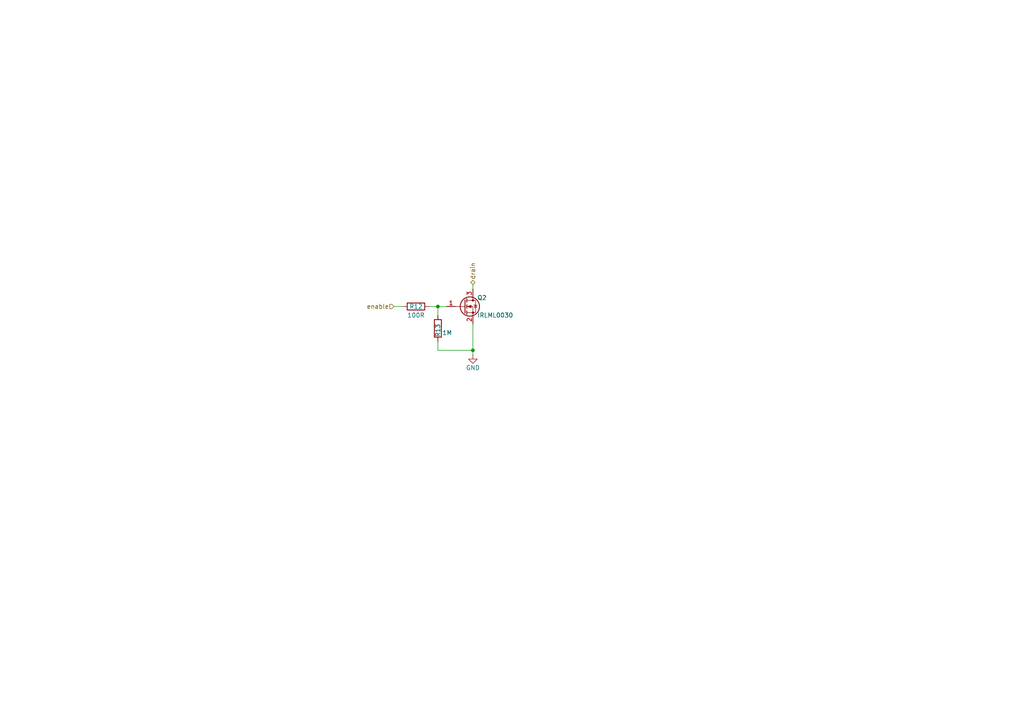
<source format=kicad_sch>
(kicad_sch (version 20231120) (generator "eeschema") (generator_version "8.0")
  (paper "A4")
  (lib_symbols
    (symbol "Device:R" (pin_numbers hide) (pin_names (offset 0))
      (property "Reference" "R" (at 2.032 0 90))
      (property "Value" "R" (at 0 0 90))
      (symbol "R_0_1"
        (rectangle (start -1.016 -2.54) (end 1.016 2.54) (stroke (width 0.254)))
      )
      (symbol "R_1_1"
        (pin passive line (at 0 3.81 270) (length 1.27) (name "~") (number "1"))
        (pin passive line (at 0 -3.81 90) (length 1.27) (name "~") (number "2"))
      )
    )
    (symbol "Transistor_FET:IRLML0030" (pin_names hide)
      (property "Reference" "Q" (at 5.08 1.905 0))
      (property "Value" "IRLML0030" (at 5.08 0 0))
      (symbol "IRLML0030_0_1"
        (polyline (pts (xy 0.254 0) (xy -2.54 0)))
        (polyline (pts (xy 0.254 1.905) (xy 0.254 -1.905)) (stroke (width 0.254)))
        (polyline (pts (xy 0.762 -1.27) (xy 0.762 -2.286)) (stroke (width 0.254)))
        (polyline (pts (xy 0.762 0.508) (xy 0.762 -0.508)) (stroke (width 0.254)))
        (polyline (pts (xy 0.762 2.286) (xy 0.762 1.27)) (stroke (width 0.254)))
        (polyline (pts (xy 2.54 2.54) (xy 2.54 1.778)))
        (polyline (pts (xy 2.54 -2.54) (xy 2.54 0) (xy 0.762 0)))
        (polyline (pts (xy 0.762 -1.778) (xy 3.302 -1.778) (xy 3.302 1.778) (xy 0.762 1.778)))
        (polyline (pts (xy 1.016 0) (xy 2.032 0.381) (xy 2.032 -0.381) (xy 1.016 0)) (fill (type outline)))
        (polyline (pts (xy 2.794 0.508) (xy 2.921 0.381) (xy 3.683 0.381) (xy 3.81 0.254)))
        (polyline (pts (xy 3.302 0.381) (xy 2.921 -0.254) (xy 3.683 -0.254) (xy 3.302 0.381)))
        (circle (center 1.651 0) (radius 2.794) (stroke (width 0.254)))
        (circle (center 2.54 -1.778) (radius 0.254) (fill (type outline)))
        (circle (center 2.54 1.778) (radius 0.254) (fill (type outline)))
      )
      (symbol "IRLML0030_1_1"
        (pin input line (at -5.08 0 0) (length 2.54) (name "G") (number "1"))
        (pin passive line (at 2.54 -5.08 90) (length 2.54) (name "S") (number "2"))
        (pin passive line (at 2.54 5.08 270) (length 2.54) (name "D") (number "3"))
      )
    )
    (symbol "power:GND" (power) (pin_numbers hide) (pin_names (offset 0) hide)
      (property "Value" "GND" (at 0 -3.81 0))
      (symbol "GND_0_1"
        (polyline (pts (xy 0 0) (xy 0 -1.27) (xy 1.27 -1.27) (xy 0 -2.54) (xy -1.27 -1.27) (xy 0 -1.27)))
      )
      (symbol "GND_1_1"
        (pin power_in line (at 0 0 270) (length 0) (name "~") (number "1"))
      )
    )
  )
  (junction (at 127 88.9))
  (junction (at 137.16 101.6))
  (wire (pts (xy 127 101.6) (xy 137.16 101.6)))
  (wire (pts (xy 127 88.9) (xy 127 91.44)))
  (wire (pts (xy 127 88.9) (xy 129.54 88.9)))
  (wire (pts (xy 124.46 88.9) (xy 127 88.9)))
  (wire (pts (xy 137.16 101.6) (xy 137.16 102.87)))
  (wire (pts (xy 127 99.06) (xy 127 101.6)))
  (wire (pts (xy 137.16 82.55) (xy 137.16 83.82)))
  (wire (pts (xy 114.3 88.9) (xy 116.84 88.9)))
  (wire (pts (xy 137.16 93.98) (xy 137.16 101.6)))
  (hierarchical_label "drain" (shape bidirectional) (at 137.16 82.55 90))
  (hierarchical_label "enable" (shape input) (at 114.3 88.9 180))
  (symbol (lib_id "power:GND") (at 137.16 102.87 0) (unit 1)
    (property "Reference" "#PWR034" (effects (hide yes)))
    (property "Value" "GND" (at 137.16 106.68 0))
    (property "Description" "Power symbol creates a global label with name \"GND\" , ground" (effects (hide yes)))
    (instances (project "craftingDesk_lighting" (path "" (reference "#PWR034") (unit 1)) (path "" (reference "#PWR033") (unit 1)) (path "" (reference "#PWR035") (unit 1)) (path "" (reference "#PWR036") (unit 1))))
  )
  (symbol (lib_id "Device:R") (at 127 95.25 0) (unit 1)
    (property "Reference" "R13" (at 127 97.79 90) (effects (justify left)))
    (property "Value" "1M" (at 128.27 96.52 0) (effects (justify left)))
    (property "Footprint" "Resistor_SMD:R_0603_1608Metric_Pad0.98x0.95mm_HandSolder" (effects (hide yes)))
    (property "Description" "Resistor" (effects (hide yes)))
    (instances (project "craftingDesk_lighting" (path "" (reference "R13") (unit 1)) (path "" (reference "R11") (unit 1)) (path "" (reference "R15") (unit 1)) (path "" (reference "R17") (unit 1))))
  )
  (symbol (lib_id "Transistor_FET:IRLML0030") (at 134.62 88.9 0) (unit 1)
    (property "Reference" "Q2" (at 138.43 86.36 0) (effects (justify left)))
    (property "Value" "IRLML0030" (at 138.43 91.44 0) (effects (justify left)))
    (property "Footprint" "Package_TO_SOT_SMD:SOT-23_Handsoldering" (effects (hide yes)))
    (property "Datasheet" "https://www.infineon.com/dgdl/irlml0030pbf.pdf?fileId=5546d462533600a401535664773825df" (effects (hide yes)))
    (property "Description" "5.3A Id, 30V Vds, 27mOhm Rds, N-Channel HEXFET Power MOSFET, SOT-23" (effects (hide yes)))
    (instances (project "craftingDesk_lighting" (path "" (reference "Q2") (unit 1)) (path "" (reference "Q1") (unit 1)) (path "" (reference "Q3") (unit 1)) (path "" (reference "Q4") (unit 1))))
  )
  (symbol (lib_id "Device:R") (at 120.65 88.9 90) (unit 1)
    (property "Reference" "R12" (at 120.65 88.9 90))
    (property "Value" "100R" (at 120.65 91.44 90))
    (property "Footprint" "Resistor_SMD:R_0603_1608Metric_Pad0.98x0.95mm_HandSolder" (effects (hide yes)))
    (property "Description" "Resistor" (effects (hide yes)))
    (instances (project "craftingDesk_lighting" (path "" (reference "R12") (unit 1)) (path "" (reference "R10") (unit 1)) (path "" (reference "R14") (unit 1)) (path "" (reference "R16") (unit 1))))
  )
)
</source>
